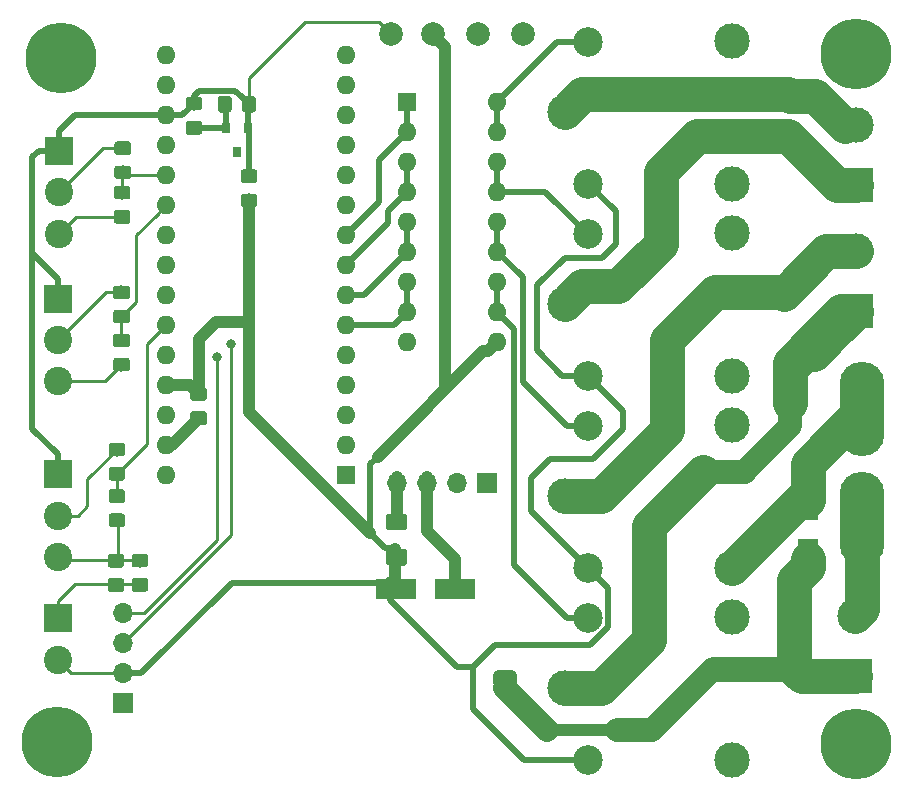
<source format=gbr>
%TF.GenerationSoftware,KiCad,Pcbnew,5.1.4*%
%TF.CreationDate,2019-11-11T17:46:08+01:00*%
%TF.ProjectId,followsun-hardware,666f6c6c-6f77-4737-956e-2d6861726477,rev?*%
%TF.SameCoordinates,Original*%
%TF.FileFunction,Copper,L1,Top*%
%TF.FilePolarity,Positive*%
%FSLAX46Y46*%
G04 Gerber Fmt 4.6, Leading zero omitted, Abs format (unit mm)*
G04 Created by KiCad (PCBNEW 5.1.4) date 2019-11-11 17:46:08*
%MOMM*%
%LPD*%
G04 APERTURE LIST*
%ADD10C,2.400000*%
%ADD11R,2.400000X2.400000*%
%ADD12C,0.100000*%
%ADD13C,1.150000*%
%ADD14R,1.800000X3.500000*%
%ADD15R,3.500000X1.800000*%
%ADD16C,0.800000*%
%ADD17C,6.000000*%
%ADD18R,1.600000X1.600000*%
%ADD19O,1.600000X1.600000*%
%ADD20O,1.700000X1.700000*%
%ADD21R,1.700000X1.700000*%
%ADD22C,3.000000*%
%ADD23R,3.000000X3.000000*%
%ADD24C,2.000000*%
%ADD25C,1.425000*%
%ADD26O,3.800000X8.000000*%
%ADD27R,0.800000X0.900000*%
%ADD28C,2.500000*%
%ADD29C,1.000000*%
%ADD30C,0.500000*%
%ADD31C,3.000000*%
%ADD32C,2.000000*%
%ADD33C,0.250000*%
G04 APERTURE END LIST*
D10*
X137922000Y-91587200D03*
D11*
X137922000Y-88087200D03*
D12*
G36*
X145356105Y-82618604D02*
G01*
X145380373Y-82622204D01*
X145404172Y-82628165D01*
X145427271Y-82636430D01*
X145449450Y-82646920D01*
X145470493Y-82659532D01*
X145490199Y-82674147D01*
X145508377Y-82690623D01*
X145524853Y-82708801D01*
X145539468Y-82728507D01*
X145552080Y-82749550D01*
X145562570Y-82771729D01*
X145570835Y-82794828D01*
X145576796Y-82818627D01*
X145580396Y-82842895D01*
X145581600Y-82867399D01*
X145581600Y-83517401D01*
X145580396Y-83541905D01*
X145576796Y-83566173D01*
X145570835Y-83589972D01*
X145562570Y-83613071D01*
X145552080Y-83635250D01*
X145539468Y-83656293D01*
X145524853Y-83675999D01*
X145508377Y-83694177D01*
X145490199Y-83710653D01*
X145470493Y-83725268D01*
X145449450Y-83737880D01*
X145427271Y-83748370D01*
X145404172Y-83756635D01*
X145380373Y-83762596D01*
X145356105Y-83766196D01*
X145331601Y-83767400D01*
X144431599Y-83767400D01*
X144407095Y-83766196D01*
X144382827Y-83762596D01*
X144359028Y-83756635D01*
X144335929Y-83748370D01*
X144313750Y-83737880D01*
X144292707Y-83725268D01*
X144273001Y-83710653D01*
X144254823Y-83694177D01*
X144238347Y-83675999D01*
X144223732Y-83656293D01*
X144211120Y-83635250D01*
X144200630Y-83613071D01*
X144192365Y-83589972D01*
X144186404Y-83566173D01*
X144182804Y-83541905D01*
X144181600Y-83517401D01*
X144181600Y-82867399D01*
X144182804Y-82842895D01*
X144186404Y-82818627D01*
X144192365Y-82794828D01*
X144200630Y-82771729D01*
X144211120Y-82749550D01*
X144223732Y-82728507D01*
X144238347Y-82708801D01*
X144254823Y-82690623D01*
X144273001Y-82674147D01*
X144292707Y-82659532D01*
X144313750Y-82646920D01*
X144335929Y-82636430D01*
X144359028Y-82628165D01*
X144382827Y-82622204D01*
X144407095Y-82618604D01*
X144431599Y-82617400D01*
X145331601Y-82617400D01*
X145356105Y-82618604D01*
X145356105Y-82618604D01*
G37*
D13*
X144881600Y-83192400D03*
D12*
G36*
X145356105Y-84668604D02*
G01*
X145380373Y-84672204D01*
X145404172Y-84678165D01*
X145427271Y-84686430D01*
X145449450Y-84696920D01*
X145470493Y-84709532D01*
X145490199Y-84724147D01*
X145508377Y-84740623D01*
X145524853Y-84758801D01*
X145539468Y-84778507D01*
X145552080Y-84799550D01*
X145562570Y-84821729D01*
X145570835Y-84844828D01*
X145576796Y-84868627D01*
X145580396Y-84892895D01*
X145581600Y-84917399D01*
X145581600Y-85567401D01*
X145580396Y-85591905D01*
X145576796Y-85616173D01*
X145570835Y-85639972D01*
X145562570Y-85663071D01*
X145552080Y-85685250D01*
X145539468Y-85706293D01*
X145524853Y-85725999D01*
X145508377Y-85744177D01*
X145490199Y-85760653D01*
X145470493Y-85775268D01*
X145449450Y-85787880D01*
X145427271Y-85798370D01*
X145404172Y-85806635D01*
X145380373Y-85812596D01*
X145356105Y-85816196D01*
X145331601Y-85817400D01*
X144431599Y-85817400D01*
X144407095Y-85816196D01*
X144382827Y-85812596D01*
X144359028Y-85806635D01*
X144335929Y-85798370D01*
X144313750Y-85787880D01*
X144292707Y-85775268D01*
X144273001Y-85760653D01*
X144254823Y-85744177D01*
X144238347Y-85725999D01*
X144223732Y-85706293D01*
X144211120Y-85685250D01*
X144200630Y-85663071D01*
X144192365Y-85639972D01*
X144186404Y-85616173D01*
X144182804Y-85591905D01*
X144181600Y-85567401D01*
X144181600Y-84917399D01*
X144182804Y-84892895D01*
X144186404Y-84868627D01*
X144192365Y-84844828D01*
X144200630Y-84821729D01*
X144211120Y-84799550D01*
X144223732Y-84778507D01*
X144238347Y-84758801D01*
X144254823Y-84740623D01*
X144273001Y-84724147D01*
X144292707Y-84709532D01*
X144313750Y-84696920D01*
X144335929Y-84686430D01*
X144359028Y-84678165D01*
X144382827Y-84672204D01*
X144407095Y-84668604D01*
X144431599Y-84667400D01*
X145331601Y-84667400D01*
X145356105Y-84668604D01*
X145356105Y-84668604D01*
G37*
D13*
X144881600Y-85242400D03*
D12*
G36*
X143324105Y-82627604D02*
G01*
X143348373Y-82631204D01*
X143372172Y-82637165D01*
X143395271Y-82645430D01*
X143417450Y-82655920D01*
X143438493Y-82668532D01*
X143458199Y-82683147D01*
X143476377Y-82699623D01*
X143492853Y-82717801D01*
X143507468Y-82737507D01*
X143520080Y-82758550D01*
X143530570Y-82780729D01*
X143538835Y-82803828D01*
X143544796Y-82827627D01*
X143548396Y-82851895D01*
X143549600Y-82876399D01*
X143549600Y-83526401D01*
X143548396Y-83550905D01*
X143544796Y-83575173D01*
X143538835Y-83598972D01*
X143530570Y-83622071D01*
X143520080Y-83644250D01*
X143507468Y-83665293D01*
X143492853Y-83684999D01*
X143476377Y-83703177D01*
X143458199Y-83719653D01*
X143438493Y-83734268D01*
X143417450Y-83746880D01*
X143395271Y-83757370D01*
X143372172Y-83765635D01*
X143348373Y-83771596D01*
X143324105Y-83775196D01*
X143299601Y-83776400D01*
X142399599Y-83776400D01*
X142375095Y-83775196D01*
X142350827Y-83771596D01*
X142327028Y-83765635D01*
X142303929Y-83757370D01*
X142281750Y-83746880D01*
X142260707Y-83734268D01*
X142241001Y-83719653D01*
X142222823Y-83703177D01*
X142206347Y-83684999D01*
X142191732Y-83665293D01*
X142179120Y-83644250D01*
X142168630Y-83622071D01*
X142160365Y-83598972D01*
X142154404Y-83575173D01*
X142150804Y-83550905D01*
X142149600Y-83526401D01*
X142149600Y-82876399D01*
X142150804Y-82851895D01*
X142154404Y-82827627D01*
X142160365Y-82803828D01*
X142168630Y-82780729D01*
X142179120Y-82758550D01*
X142191732Y-82737507D01*
X142206347Y-82717801D01*
X142222823Y-82699623D01*
X142241001Y-82683147D01*
X142260707Y-82668532D01*
X142281750Y-82655920D01*
X142303929Y-82645430D01*
X142327028Y-82637165D01*
X142350827Y-82631204D01*
X142375095Y-82627604D01*
X142399599Y-82626400D01*
X143299601Y-82626400D01*
X143324105Y-82627604D01*
X143324105Y-82627604D01*
G37*
D13*
X142849600Y-83201400D03*
D12*
G36*
X143324105Y-84677604D02*
G01*
X143348373Y-84681204D01*
X143372172Y-84687165D01*
X143395271Y-84695430D01*
X143417450Y-84705920D01*
X143438493Y-84718532D01*
X143458199Y-84733147D01*
X143476377Y-84749623D01*
X143492853Y-84767801D01*
X143507468Y-84787507D01*
X143520080Y-84808550D01*
X143530570Y-84830729D01*
X143538835Y-84853828D01*
X143544796Y-84877627D01*
X143548396Y-84901895D01*
X143549600Y-84926399D01*
X143549600Y-85576401D01*
X143548396Y-85600905D01*
X143544796Y-85625173D01*
X143538835Y-85648972D01*
X143530570Y-85672071D01*
X143520080Y-85694250D01*
X143507468Y-85715293D01*
X143492853Y-85734999D01*
X143476377Y-85753177D01*
X143458199Y-85769653D01*
X143438493Y-85784268D01*
X143417450Y-85796880D01*
X143395271Y-85807370D01*
X143372172Y-85815635D01*
X143348373Y-85821596D01*
X143324105Y-85825196D01*
X143299601Y-85826400D01*
X142399599Y-85826400D01*
X142375095Y-85825196D01*
X142350827Y-85821596D01*
X142327028Y-85815635D01*
X142303929Y-85807370D01*
X142281750Y-85796880D01*
X142260707Y-85784268D01*
X142241001Y-85769653D01*
X142222823Y-85753177D01*
X142206347Y-85734999D01*
X142191732Y-85715293D01*
X142179120Y-85694250D01*
X142168630Y-85672071D01*
X142160365Y-85648972D01*
X142154404Y-85625173D01*
X142150804Y-85600905D01*
X142149600Y-85576401D01*
X142149600Y-84926399D01*
X142150804Y-84901895D01*
X142154404Y-84877627D01*
X142160365Y-84853828D01*
X142168630Y-84830729D01*
X142179120Y-84808550D01*
X142191732Y-84787507D01*
X142206347Y-84767801D01*
X142222823Y-84749623D01*
X142241001Y-84733147D01*
X142260707Y-84718532D01*
X142281750Y-84705920D01*
X142303929Y-84695430D01*
X142327028Y-84687165D01*
X142350827Y-84681204D01*
X142375095Y-84677604D01*
X142399599Y-84676400D01*
X143299601Y-84676400D01*
X143324105Y-84677604D01*
X143324105Y-84677604D01*
G37*
D13*
X142849600Y-85251400D03*
D10*
X138023600Y-55514000D03*
X138023600Y-52014000D03*
D11*
X138023600Y-48514000D03*
D10*
X137922000Y-82895200D03*
X137922000Y-79395200D03*
D11*
X137922000Y-75895200D03*
D10*
X137985500Y-68023500D03*
X137985500Y-64523500D03*
D11*
X137985500Y-61023500D03*
D14*
X201422000Y-83018000D03*
X201422000Y-78018000D03*
D12*
G36*
X143413005Y-79200204D02*
G01*
X143437273Y-79203804D01*
X143461072Y-79209765D01*
X143484171Y-79218030D01*
X143506350Y-79228520D01*
X143527393Y-79241132D01*
X143547099Y-79255747D01*
X143565277Y-79272223D01*
X143581753Y-79290401D01*
X143596368Y-79310107D01*
X143608980Y-79331150D01*
X143619470Y-79353329D01*
X143627735Y-79376428D01*
X143633696Y-79400227D01*
X143637296Y-79424495D01*
X143638500Y-79448999D01*
X143638500Y-80099001D01*
X143637296Y-80123505D01*
X143633696Y-80147773D01*
X143627735Y-80171572D01*
X143619470Y-80194671D01*
X143608980Y-80216850D01*
X143596368Y-80237893D01*
X143581753Y-80257599D01*
X143565277Y-80275777D01*
X143547099Y-80292253D01*
X143527393Y-80306868D01*
X143506350Y-80319480D01*
X143484171Y-80329970D01*
X143461072Y-80338235D01*
X143437273Y-80344196D01*
X143413005Y-80347796D01*
X143388501Y-80349000D01*
X142488499Y-80349000D01*
X142463995Y-80347796D01*
X142439727Y-80344196D01*
X142415928Y-80338235D01*
X142392829Y-80329970D01*
X142370650Y-80319480D01*
X142349607Y-80306868D01*
X142329901Y-80292253D01*
X142311723Y-80275777D01*
X142295247Y-80257599D01*
X142280632Y-80237893D01*
X142268020Y-80216850D01*
X142257530Y-80194671D01*
X142249265Y-80171572D01*
X142243304Y-80147773D01*
X142239704Y-80123505D01*
X142238500Y-80099001D01*
X142238500Y-79448999D01*
X142239704Y-79424495D01*
X142243304Y-79400227D01*
X142249265Y-79376428D01*
X142257530Y-79353329D01*
X142268020Y-79331150D01*
X142280632Y-79310107D01*
X142295247Y-79290401D01*
X142311723Y-79272223D01*
X142329901Y-79255747D01*
X142349607Y-79241132D01*
X142370650Y-79228520D01*
X142392829Y-79218030D01*
X142415928Y-79209765D01*
X142439727Y-79203804D01*
X142463995Y-79200204D01*
X142488499Y-79199000D01*
X143388501Y-79199000D01*
X143413005Y-79200204D01*
X143413005Y-79200204D01*
G37*
D13*
X142938500Y-79774000D03*
D12*
G36*
X143413005Y-77150204D02*
G01*
X143437273Y-77153804D01*
X143461072Y-77159765D01*
X143484171Y-77168030D01*
X143506350Y-77178520D01*
X143527393Y-77191132D01*
X143547099Y-77205747D01*
X143565277Y-77222223D01*
X143581753Y-77240401D01*
X143596368Y-77260107D01*
X143608980Y-77281150D01*
X143619470Y-77303329D01*
X143627735Y-77326428D01*
X143633696Y-77350227D01*
X143637296Y-77374495D01*
X143638500Y-77398999D01*
X143638500Y-78049001D01*
X143637296Y-78073505D01*
X143633696Y-78097773D01*
X143627735Y-78121572D01*
X143619470Y-78144671D01*
X143608980Y-78166850D01*
X143596368Y-78187893D01*
X143581753Y-78207599D01*
X143565277Y-78225777D01*
X143547099Y-78242253D01*
X143527393Y-78256868D01*
X143506350Y-78269480D01*
X143484171Y-78279970D01*
X143461072Y-78288235D01*
X143437273Y-78294196D01*
X143413005Y-78297796D01*
X143388501Y-78299000D01*
X142488499Y-78299000D01*
X142463995Y-78297796D01*
X142439727Y-78294196D01*
X142415928Y-78288235D01*
X142392829Y-78279970D01*
X142370650Y-78269480D01*
X142349607Y-78256868D01*
X142329901Y-78242253D01*
X142311723Y-78225777D01*
X142295247Y-78207599D01*
X142280632Y-78187893D01*
X142268020Y-78166850D01*
X142257530Y-78144671D01*
X142249265Y-78121572D01*
X142243304Y-78097773D01*
X142239704Y-78073505D01*
X142238500Y-78049001D01*
X142238500Y-77398999D01*
X142239704Y-77374495D01*
X142243304Y-77350227D01*
X142249265Y-77326428D01*
X142257530Y-77303329D01*
X142268020Y-77281150D01*
X142280632Y-77260107D01*
X142295247Y-77240401D01*
X142311723Y-77222223D01*
X142329901Y-77205747D01*
X142349607Y-77191132D01*
X142370650Y-77178520D01*
X142392829Y-77168030D01*
X142415928Y-77159765D01*
X142439727Y-77153804D01*
X142463995Y-77150204D01*
X142488499Y-77149000D01*
X143388501Y-77149000D01*
X143413005Y-77150204D01*
X143413005Y-77150204D01*
G37*
D13*
X142938500Y-77724000D03*
D15*
X171562400Y-85598000D03*
X166562400Y-85598000D03*
D16*
X207076990Y-97088010D03*
X205486000Y-96429000D03*
X203895010Y-97088010D03*
X203236000Y-98679000D03*
X203895010Y-100269990D03*
X205486000Y-100929000D03*
X207076990Y-100269990D03*
X207736000Y-98679000D03*
D17*
X205486000Y-98679000D03*
D16*
X139476990Y-96961010D03*
X137886000Y-96302000D03*
X136295010Y-96961010D03*
X135636000Y-98552000D03*
X136295010Y-100142990D03*
X137886000Y-100802000D03*
X139476990Y-100142990D03*
X140136000Y-98552000D03*
D17*
X137886000Y-98552000D03*
D16*
X207076990Y-38735000D03*
X205486000Y-38075990D03*
X203895010Y-38735000D03*
X203236000Y-40325990D03*
X203895010Y-41916980D03*
X205486000Y-42575990D03*
X207076990Y-41916980D03*
X207736000Y-40325990D03*
D17*
X205486000Y-40325990D03*
D16*
X139766990Y-39049010D03*
X138176000Y-38390000D03*
X136585010Y-39049010D03*
X135926000Y-40640000D03*
X136585010Y-42230990D03*
X138176000Y-42890000D03*
X139766990Y-42230990D03*
X140426000Y-40640000D03*
D17*
X138176000Y-40640000D03*
D18*
X167513000Y-44323000D03*
D19*
X175133000Y-64643000D03*
X167513000Y-46863000D03*
X175133000Y-62103000D03*
X167513000Y-49403000D03*
X175133000Y-59563000D03*
X167513000Y-51943000D03*
X175133000Y-57023000D03*
X167513000Y-54483000D03*
X175133000Y-54483000D03*
X167513000Y-57023000D03*
X175133000Y-51943000D03*
X167513000Y-59563000D03*
X175133000Y-49403000D03*
X167513000Y-62103000D03*
X175133000Y-46863000D03*
X167513000Y-64643000D03*
X175133000Y-44323000D03*
D20*
X169185000Y-76577600D03*
X171725000Y-76577600D03*
X166645000Y-76577600D03*
D21*
X174265000Y-76577600D03*
X143424500Y-95271000D03*
D20*
X143424500Y-87651000D03*
X143424500Y-92731000D03*
X143424500Y-90191000D03*
D12*
G36*
X150334505Y-70555204D02*
G01*
X150358773Y-70558804D01*
X150382572Y-70564765D01*
X150405671Y-70573030D01*
X150427850Y-70583520D01*
X150448893Y-70596132D01*
X150468599Y-70610747D01*
X150486777Y-70627223D01*
X150503253Y-70645401D01*
X150517868Y-70665107D01*
X150530480Y-70686150D01*
X150540970Y-70708329D01*
X150549235Y-70731428D01*
X150555196Y-70755227D01*
X150558796Y-70779495D01*
X150560000Y-70803999D01*
X150560000Y-71454001D01*
X150558796Y-71478505D01*
X150555196Y-71502773D01*
X150549235Y-71526572D01*
X150540970Y-71549671D01*
X150530480Y-71571850D01*
X150517868Y-71592893D01*
X150503253Y-71612599D01*
X150486777Y-71630777D01*
X150468599Y-71647253D01*
X150448893Y-71661868D01*
X150427850Y-71674480D01*
X150405671Y-71684970D01*
X150382572Y-71693235D01*
X150358773Y-71699196D01*
X150334505Y-71702796D01*
X150310001Y-71704000D01*
X149409999Y-71704000D01*
X149385495Y-71702796D01*
X149361227Y-71699196D01*
X149337428Y-71693235D01*
X149314329Y-71684970D01*
X149292150Y-71674480D01*
X149271107Y-71661868D01*
X149251401Y-71647253D01*
X149233223Y-71630777D01*
X149216747Y-71612599D01*
X149202132Y-71592893D01*
X149189520Y-71571850D01*
X149179030Y-71549671D01*
X149170765Y-71526572D01*
X149164804Y-71502773D01*
X149161204Y-71478505D01*
X149160000Y-71454001D01*
X149160000Y-70803999D01*
X149161204Y-70779495D01*
X149164804Y-70755227D01*
X149170765Y-70731428D01*
X149179030Y-70708329D01*
X149189520Y-70686150D01*
X149202132Y-70665107D01*
X149216747Y-70645401D01*
X149233223Y-70627223D01*
X149251401Y-70610747D01*
X149271107Y-70596132D01*
X149292150Y-70583520D01*
X149314329Y-70573030D01*
X149337428Y-70564765D01*
X149361227Y-70558804D01*
X149385495Y-70555204D01*
X149409999Y-70554000D01*
X150310001Y-70554000D01*
X150334505Y-70555204D01*
X150334505Y-70555204D01*
G37*
D13*
X149860000Y-71129000D03*
D12*
G36*
X150334505Y-68505204D02*
G01*
X150358773Y-68508804D01*
X150382572Y-68514765D01*
X150405671Y-68523030D01*
X150427850Y-68533520D01*
X150448893Y-68546132D01*
X150468599Y-68560747D01*
X150486777Y-68577223D01*
X150503253Y-68595401D01*
X150517868Y-68615107D01*
X150530480Y-68636150D01*
X150540970Y-68658329D01*
X150549235Y-68681428D01*
X150555196Y-68705227D01*
X150558796Y-68729495D01*
X150560000Y-68753999D01*
X150560000Y-69404001D01*
X150558796Y-69428505D01*
X150555196Y-69452773D01*
X150549235Y-69476572D01*
X150540970Y-69499671D01*
X150530480Y-69521850D01*
X150517868Y-69542893D01*
X150503253Y-69562599D01*
X150486777Y-69580777D01*
X150468599Y-69597253D01*
X150448893Y-69611868D01*
X150427850Y-69624480D01*
X150405671Y-69634970D01*
X150382572Y-69643235D01*
X150358773Y-69649196D01*
X150334505Y-69652796D01*
X150310001Y-69654000D01*
X149409999Y-69654000D01*
X149385495Y-69652796D01*
X149361227Y-69649196D01*
X149337428Y-69643235D01*
X149314329Y-69634970D01*
X149292150Y-69624480D01*
X149271107Y-69611868D01*
X149251401Y-69597253D01*
X149233223Y-69580777D01*
X149216747Y-69562599D01*
X149202132Y-69542893D01*
X149189520Y-69521850D01*
X149179030Y-69499671D01*
X149170765Y-69476572D01*
X149164804Y-69452773D01*
X149161204Y-69428505D01*
X149160000Y-69404001D01*
X149160000Y-68753999D01*
X149161204Y-68729495D01*
X149164804Y-68705227D01*
X149170765Y-68681428D01*
X149179030Y-68658329D01*
X149189520Y-68636150D01*
X149202132Y-68615107D01*
X149216747Y-68595401D01*
X149233223Y-68577223D01*
X149251401Y-68560747D01*
X149271107Y-68546132D01*
X149292150Y-68533520D01*
X149314329Y-68523030D01*
X149337428Y-68514765D01*
X149361227Y-68508804D01*
X149385495Y-68505204D01*
X149409999Y-68504000D01*
X150310001Y-68504000D01*
X150334505Y-68505204D01*
X150334505Y-68505204D01*
G37*
D13*
X149860000Y-69079000D03*
D12*
G36*
X154601705Y-52114804D02*
G01*
X154625973Y-52118404D01*
X154649772Y-52124365D01*
X154672871Y-52132630D01*
X154695050Y-52143120D01*
X154716093Y-52155732D01*
X154735799Y-52170347D01*
X154753977Y-52186823D01*
X154770453Y-52205001D01*
X154785068Y-52224707D01*
X154797680Y-52245750D01*
X154808170Y-52267929D01*
X154816435Y-52291028D01*
X154822396Y-52314827D01*
X154825996Y-52339095D01*
X154827200Y-52363599D01*
X154827200Y-53013601D01*
X154825996Y-53038105D01*
X154822396Y-53062373D01*
X154816435Y-53086172D01*
X154808170Y-53109271D01*
X154797680Y-53131450D01*
X154785068Y-53152493D01*
X154770453Y-53172199D01*
X154753977Y-53190377D01*
X154735799Y-53206853D01*
X154716093Y-53221468D01*
X154695050Y-53234080D01*
X154672871Y-53244570D01*
X154649772Y-53252835D01*
X154625973Y-53258796D01*
X154601705Y-53262396D01*
X154577201Y-53263600D01*
X153677199Y-53263600D01*
X153652695Y-53262396D01*
X153628427Y-53258796D01*
X153604628Y-53252835D01*
X153581529Y-53244570D01*
X153559350Y-53234080D01*
X153538307Y-53221468D01*
X153518601Y-53206853D01*
X153500423Y-53190377D01*
X153483947Y-53172199D01*
X153469332Y-53152493D01*
X153456720Y-53131450D01*
X153446230Y-53109271D01*
X153437965Y-53086172D01*
X153432004Y-53062373D01*
X153428404Y-53038105D01*
X153427200Y-53013601D01*
X153427200Y-52363599D01*
X153428404Y-52339095D01*
X153432004Y-52314827D01*
X153437965Y-52291028D01*
X153446230Y-52267929D01*
X153456720Y-52245750D01*
X153469332Y-52224707D01*
X153483947Y-52205001D01*
X153500423Y-52186823D01*
X153518601Y-52170347D01*
X153538307Y-52155732D01*
X153559350Y-52143120D01*
X153581529Y-52132630D01*
X153604628Y-52124365D01*
X153628427Y-52118404D01*
X153652695Y-52114804D01*
X153677199Y-52113600D01*
X154577201Y-52113600D01*
X154601705Y-52114804D01*
X154601705Y-52114804D01*
G37*
D13*
X154127200Y-52688600D03*
D12*
G36*
X154601705Y-50064804D02*
G01*
X154625973Y-50068404D01*
X154649772Y-50074365D01*
X154672871Y-50082630D01*
X154695050Y-50093120D01*
X154716093Y-50105732D01*
X154735799Y-50120347D01*
X154753977Y-50136823D01*
X154770453Y-50155001D01*
X154785068Y-50174707D01*
X154797680Y-50195750D01*
X154808170Y-50217929D01*
X154816435Y-50241028D01*
X154822396Y-50264827D01*
X154825996Y-50289095D01*
X154827200Y-50313599D01*
X154827200Y-50963601D01*
X154825996Y-50988105D01*
X154822396Y-51012373D01*
X154816435Y-51036172D01*
X154808170Y-51059271D01*
X154797680Y-51081450D01*
X154785068Y-51102493D01*
X154770453Y-51122199D01*
X154753977Y-51140377D01*
X154735799Y-51156853D01*
X154716093Y-51171468D01*
X154695050Y-51184080D01*
X154672871Y-51194570D01*
X154649772Y-51202835D01*
X154625973Y-51208796D01*
X154601705Y-51212396D01*
X154577201Y-51213600D01*
X153677199Y-51213600D01*
X153652695Y-51212396D01*
X153628427Y-51208796D01*
X153604628Y-51202835D01*
X153581529Y-51194570D01*
X153559350Y-51184080D01*
X153538307Y-51171468D01*
X153518601Y-51156853D01*
X153500423Y-51140377D01*
X153483947Y-51122199D01*
X153469332Y-51102493D01*
X153456720Y-51081450D01*
X153446230Y-51059271D01*
X153437965Y-51036172D01*
X153432004Y-51012373D01*
X153428404Y-50988105D01*
X153427200Y-50963601D01*
X153427200Y-50313599D01*
X153428404Y-50289095D01*
X153432004Y-50264827D01*
X153437965Y-50241028D01*
X153446230Y-50217929D01*
X153456720Y-50195750D01*
X153469332Y-50174707D01*
X153483947Y-50155001D01*
X153500423Y-50136823D01*
X153518601Y-50120347D01*
X153538307Y-50105732D01*
X153559350Y-50093120D01*
X153581529Y-50082630D01*
X153604628Y-50074365D01*
X153628427Y-50068404D01*
X153652695Y-50064804D01*
X153677199Y-50063600D01*
X154577201Y-50063600D01*
X154601705Y-50064804D01*
X154601705Y-50064804D01*
G37*
D13*
X154127200Y-50638600D03*
D22*
X205486000Y-56972200D03*
D23*
X205486000Y-62052200D03*
D22*
X205536800Y-46304200D03*
D23*
X205536800Y-51384200D03*
D24*
X166116000Y-38608000D03*
X173482000Y-38608000D03*
X169672000Y-38608000D03*
X177292000Y-38608000D03*
D12*
G36*
X143908305Y-49743604D02*
G01*
X143932573Y-49747204D01*
X143956372Y-49753165D01*
X143979471Y-49761430D01*
X144001650Y-49771920D01*
X144022693Y-49784532D01*
X144042399Y-49799147D01*
X144060577Y-49815623D01*
X144077053Y-49833801D01*
X144091668Y-49853507D01*
X144104280Y-49874550D01*
X144114770Y-49896729D01*
X144123035Y-49919828D01*
X144128996Y-49943627D01*
X144132596Y-49967895D01*
X144133800Y-49992399D01*
X144133800Y-50642401D01*
X144132596Y-50666905D01*
X144128996Y-50691173D01*
X144123035Y-50714972D01*
X144114770Y-50738071D01*
X144104280Y-50760250D01*
X144091668Y-50781293D01*
X144077053Y-50800999D01*
X144060577Y-50819177D01*
X144042399Y-50835653D01*
X144022693Y-50850268D01*
X144001650Y-50862880D01*
X143979471Y-50873370D01*
X143956372Y-50881635D01*
X143932573Y-50887596D01*
X143908305Y-50891196D01*
X143883801Y-50892400D01*
X142983799Y-50892400D01*
X142959295Y-50891196D01*
X142935027Y-50887596D01*
X142911228Y-50881635D01*
X142888129Y-50873370D01*
X142865950Y-50862880D01*
X142844907Y-50850268D01*
X142825201Y-50835653D01*
X142807023Y-50819177D01*
X142790547Y-50800999D01*
X142775932Y-50781293D01*
X142763320Y-50760250D01*
X142752830Y-50738071D01*
X142744565Y-50714972D01*
X142738604Y-50691173D01*
X142735004Y-50666905D01*
X142733800Y-50642401D01*
X142733800Y-49992399D01*
X142735004Y-49967895D01*
X142738604Y-49943627D01*
X142744565Y-49919828D01*
X142752830Y-49896729D01*
X142763320Y-49874550D01*
X142775932Y-49853507D01*
X142790547Y-49833801D01*
X142807023Y-49815623D01*
X142825201Y-49799147D01*
X142844907Y-49784532D01*
X142865950Y-49771920D01*
X142888129Y-49761430D01*
X142911228Y-49753165D01*
X142935027Y-49747204D01*
X142959295Y-49743604D01*
X142983799Y-49742400D01*
X143883801Y-49742400D01*
X143908305Y-49743604D01*
X143908305Y-49743604D01*
G37*
D13*
X143433800Y-50317400D03*
D12*
G36*
X143908305Y-47693604D02*
G01*
X143932573Y-47697204D01*
X143956372Y-47703165D01*
X143979471Y-47711430D01*
X144001650Y-47721920D01*
X144022693Y-47734532D01*
X144042399Y-47749147D01*
X144060577Y-47765623D01*
X144077053Y-47783801D01*
X144091668Y-47803507D01*
X144104280Y-47824550D01*
X144114770Y-47846729D01*
X144123035Y-47869828D01*
X144128996Y-47893627D01*
X144132596Y-47917895D01*
X144133800Y-47942399D01*
X144133800Y-48592401D01*
X144132596Y-48616905D01*
X144128996Y-48641173D01*
X144123035Y-48664972D01*
X144114770Y-48688071D01*
X144104280Y-48710250D01*
X144091668Y-48731293D01*
X144077053Y-48750999D01*
X144060577Y-48769177D01*
X144042399Y-48785653D01*
X144022693Y-48800268D01*
X144001650Y-48812880D01*
X143979471Y-48823370D01*
X143956372Y-48831635D01*
X143932573Y-48837596D01*
X143908305Y-48841196D01*
X143883801Y-48842400D01*
X142983799Y-48842400D01*
X142959295Y-48841196D01*
X142935027Y-48837596D01*
X142911228Y-48831635D01*
X142888129Y-48823370D01*
X142865950Y-48812880D01*
X142844907Y-48800268D01*
X142825201Y-48785653D01*
X142807023Y-48769177D01*
X142790547Y-48750999D01*
X142775932Y-48731293D01*
X142763320Y-48710250D01*
X142752830Y-48688071D01*
X142744565Y-48664972D01*
X142738604Y-48641173D01*
X142735004Y-48616905D01*
X142733800Y-48592401D01*
X142733800Y-47942399D01*
X142735004Y-47917895D01*
X142738604Y-47893627D01*
X142744565Y-47869828D01*
X142752830Y-47846729D01*
X142763320Y-47824550D01*
X142775932Y-47803507D01*
X142790547Y-47783801D01*
X142807023Y-47765623D01*
X142825201Y-47749147D01*
X142844907Y-47734532D01*
X142865950Y-47721920D01*
X142888129Y-47711430D01*
X142911228Y-47703165D01*
X142935027Y-47697204D01*
X142959295Y-47693604D01*
X142983799Y-47692400D01*
X143883801Y-47692400D01*
X143908305Y-47693604D01*
X143908305Y-47693604D01*
G37*
D13*
X143433800Y-48267400D03*
D12*
G36*
X143413005Y-73213204D02*
G01*
X143437273Y-73216804D01*
X143461072Y-73222765D01*
X143484171Y-73231030D01*
X143506350Y-73241520D01*
X143527393Y-73254132D01*
X143547099Y-73268747D01*
X143565277Y-73285223D01*
X143581753Y-73303401D01*
X143596368Y-73323107D01*
X143608980Y-73344150D01*
X143619470Y-73366329D01*
X143627735Y-73389428D01*
X143633696Y-73413227D01*
X143637296Y-73437495D01*
X143638500Y-73461999D01*
X143638500Y-74112001D01*
X143637296Y-74136505D01*
X143633696Y-74160773D01*
X143627735Y-74184572D01*
X143619470Y-74207671D01*
X143608980Y-74229850D01*
X143596368Y-74250893D01*
X143581753Y-74270599D01*
X143565277Y-74288777D01*
X143547099Y-74305253D01*
X143527393Y-74319868D01*
X143506350Y-74332480D01*
X143484171Y-74342970D01*
X143461072Y-74351235D01*
X143437273Y-74357196D01*
X143413005Y-74360796D01*
X143388501Y-74362000D01*
X142488499Y-74362000D01*
X142463995Y-74360796D01*
X142439727Y-74357196D01*
X142415928Y-74351235D01*
X142392829Y-74342970D01*
X142370650Y-74332480D01*
X142349607Y-74319868D01*
X142329901Y-74305253D01*
X142311723Y-74288777D01*
X142295247Y-74270599D01*
X142280632Y-74250893D01*
X142268020Y-74229850D01*
X142257530Y-74207671D01*
X142249265Y-74184572D01*
X142243304Y-74160773D01*
X142239704Y-74136505D01*
X142238500Y-74112001D01*
X142238500Y-73461999D01*
X142239704Y-73437495D01*
X142243304Y-73413227D01*
X142249265Y-73389428D01*
X142257530Y-73366329D01*
X142268020Y-73344150D01*
X142280632Y-73323107D01*
X142295247Y-73303401D01*
X142311723Y-73285223D01*
X142329901Y-73268747D01*
X142349607Y-73254132D01*
X142370650Y-73241520D01*
X142392829Y-73231030D01*
X142415928Y-73222765D01*
X142439727Y-73216804D01*
X142463995Y-73213204D01*
X142488499Y-73212000D01*
X143388501Y-73212000D01*
X143413005Y-73213204D01*
X143413005Y-73213204D01*
G37*
D13*
X142938500Y-73787000D03*
D12*
G36*
X143413005Y-75263204D02*
G01*
X143437273Y-75266804D01*
X143461072Y-75272765D01*
X143484171Y-75281030D01*
X143506350Y-75291520D01*
X143527393Y-75304132D01*
X143547099Y-75318747D01*
X143565277Y-75335223D01*
X143581753Y-75353401D01*
X143596368Y-75373107D01*
X143608980Y-75394150D01*
X143619470Y-75416329D01*
X143627735Y-75439428D01*
X143633696Y-75463227D01*
X143637296Y-75487495D01*
X143638500Y-75511999D01*
X143638500Y-76162001D01*
X143637296Y-76186505D01*
X143633696Y-76210773D01*
X143627735Y-76234572D01*
X143619470Y-76257671D01*
X143608980Y-76279850D01*
X143596368Y-76300893D01*
X143581753Y-76320599D01*
X143565277Y-76338777D01*
X143547099Y-76355253D01*
X143527393Y-76369868D01*
X143506350Y-76382480D01*
X143484171Y-76392970D01*
X143461072Y-76401235D01*
X143437273Y-76407196D01*
X143413005Y-76410796D01*
X143388501Y-76412000D01*
X142488499Y-76412000D01*
X142463995Y-76410796D01*
X142439727Y-76407196D01*
X142415928Y-76401235D01*
X142392829Y-76392970D01*
X142370650Y-76382480D01*
X142349607Y-76369868D01*
X142329901Y-76355253D01*
X142311723Y-76338777D01*
X142295247Y-76320599D01*
X142280632Y-76300893D01*
X142268020Y-76279850D01*
X142257530Y-76257671D01*
X142249265Y-76234572D01*
X142243304Y-76210773D01*
X142239704Y-76186505D01*
X142238500Y-76162001D01*
X142238500Y-75511999D01*
X142239704Y-75487495D01*
X142243304Y-75463227D01*
X142249265Y-75439428D01*
X142257530Y-75416329D01*
X142268020Y-75394150D01*
X142280632Y-75373107D01*
X142295247Y-75353401D01*
X142311723Y-75335223D01*
X142329901Y-75318747D01*
X142349607Y-75304132D01*
X142370650Y-75291520D01*
X142392829Y-75281030D01*
X142415928Y-75272765D01*
X142439727Y-75266804D01*
X142463995Y-75263204D01*
X142488499Y-75262000D01*
X143388501Y-75262000D01*
X143413005Y-75263204D01*
X143413005Y-75263204D01*
G37*
D13*
X142938500Y-75837000D03*
D12*
G36*
X143806705Y-59907304D02*
G01*
X143830973Y-59910904D01*
X143854772Y-59916865D01*
X143877871Y-59925130D01*
X143900050Y-59935620D01*
X143921093Y-59948232D01*
X143940799Y-59962847D01*
X143958977Y-59979323D01*
X143975453Y-59997501D01*
X143990068Y-60017207D01*
X144002680Y-60038250D01*
X144013170Y-60060429D01*
X144021435Y-60083528D01*
X144027396Y-60107327D01*
X144030996Y-60131595D01*
X144032200Y-60156099D01*
X144032200Y-60806101D01*
X144030996Y-60830605D01*
X144027396Y-60854873D01*
X144021435Y-60878672D01*
X144013170Y-60901771D01*
X144002680Y-60923950D01*
X143990068Y-60944993D01*
X143975453Y-60964699D01*
X143958977Y-60982877D01*
X143940799Y-60999353D01*
X143921093Y-61013968D01*
X143900050Y-61026580D01*
X143877871Y-61037070D01*
X143854772Y-61045335D01*
X143830973Y-61051296D01*
X143806705Y-61054896D01*
X143782201Y-61056100D01*
X142882199Y-61056100D01*
X142857695Y-61054896D01*
X142833427Y-61051296D01*
X142809628Y-61045335D01*
X142786529Y-61037070D01*
X142764350Y-61026580D01*
X142743307Y-61013968D01*
X142723601Y-60999353D01*
X142705423Y-60982877D01*
X142688947Y-60964699D01*
X142674332Y-60944993D01*
X142661720Y-60923950D01*
X142651230Y-60901771D01*
X142642965Y-60878672D01*
X142637004Y-60854873D01*
X142633404Y-60830605D01*
X142632200Y-60806101D01*
X142632200Y-60156099D01*
X142633404Y-60131595D01*
X142637004Y-60107327D01*
X142642965Y-60083528D01*
X142651230Y-60060429D01*
X142661720Y-60038250D01*
X142674332Y-60017207D01*
X142688947Y-59997501D01*
X142705423Y-59979323D01*
X142723601Y-59962847D01*
X142743307Y-59948232D01*
X142764350Y-59935620D01*
X142786529Y-59925130D01*
X142809628Y-59916865D01*
X142833427Y-59910904D01*
X142857695Y-59907304D01*
X142882199Y-59906100D01*
X143782201Y-59906100D01*
X143806705Y-59907304D01*
X143806705Y-59907304D01*
G37*
D13*
X143332200Y-60481100D03*
D12*
G36*
X143806705Y-61957304D02*
G01*
X143830973Y-61960904D01*
X143854772Y-61966865D01*
X143877871Y-61975130D01*
X143900050Y-61985620D01*
X143921093Y-61998232D01*
X143940799Y-62012847D01*
X143958977Y-62029323D01*
X143975453Y-62047501D01*
X143990068Y-62067207D01*
X144002680Y-62088250D01*
X144013170Y-62110429D01*
X144021435Y-62133528D01*
X144027396Y-62157327D01*
X144030996Y-62181595D01*
X144032200Y-62206099D01*
X144032200Y-62856101D01*
X144030996Y-62880605D01*
X144027396Y-62904873D01*
X144021435Y-62928672D01*
X144013170Y-62951771D01*
X144002680Y-62973950D01*
X143990068Y-62994993D01*
X143975453Y-63014699D01*
X143958977Y-63032877D01*
X143940799Y-63049353D01*
X143921093Y-63063968D01*
X143900050Y-63076580D01*
X143877871Y-63087070D01*
X143854772Y-63095335D01*
X143830973Y-63101296D01*
X143806705Y-63104896D01*
X143782201Y-63106100D01*
X142882199Y-63106100D01*
X142857695Y-63104896D01*
X142833427Y-63101296D01*
X142809628Y-63095335D01*
X142786529Y-63087070D01*
X142764350Y-63076580D01*
X142743307Y-63063968D01*
X142723601Y-63049353D01*
X142705423Y-63032877D01*
X142688947Y-63014699D01*
X142674332Y-62994993D01*
X142661720Y-62973950D01*
X142651230Y-62951771D01*
X142642965Y-62928672D01*
X142637004Y-62904873D01*
X142633404Y-62880605D01*
X142632200Y-62856101D01*
X142632200Y-62206099D01*
X142633404Y-62181595D01*
X142637004Y-62157327D01*
X142642965Y-62133528D01*
X142651230Y-62110429D01*
X142661720Y-62088250D01*
X142674332Y-62067207D01*
X142688947Y-62047501D01*
X142705423Y-62029323D01*
X142723601Y-62012847D01*
X142743307Y-61998232D01*
X142764350Y-61985620D01*
X142786529Y-61975130D01*
X142809628Y-61966865D01*
X142833427Y-61960904D01*
X142857695Y-61957304D01*
X142882199Y-61956100D01*
X143782201Y-61956100D01*
X143806705Y-61957304D01*
X143806705Y-61957304D01*
G37*
D13*
X143332200Y-62531100D03*
D12*
G36*
X167273504Y-82183204D02*
G01*
X167297773Y-82186804D01*
X167321571Y-82192765D01*
X167344671Y-82201030D01*
X167366849Y-82211520D01*
X167387893Y-82224133D01*
X167407598Y-82238747D01*
X167425777Y-82255223D01*
X167442253Y-82273402D01*
X167456867Y-82293107D01*
X167469480Y-82314151D01*
X167479970Y-82336329D01*
X167488235Y-82359429D01*
X167494196Y-82383227D01*
X167497796Y-82407496D01*
X167499000Y-82432000D01*
X167499000Y-83357000D01*
X167497796Y-83381504D01*
X167494196Y-83405773D01*
X167488235Y-83429571D01*
X167479970Y-83452671D01*
X167469480Y-83474849D01*
X167456867Y-83495893D01*
X167442253Y-83515598D01*
X167425777Y-83533777D01*
X167407598Y-83550253D01*
X167387893Y-83564867D01*
X167366849Y-83577480D01*
X167344671Y-83587970D01*
X167321571Y-83596235D01*
X167297773Y-83602196D01*
X167273504Y-83605796D01*
X167249000Y-83607000D01*
X165999000Y-83607000D01*
X165974496Y-83605796D01*
X165950227Y-83602196D01*
X165926429Y-83596235D01*
X165903329Y-83587970D01*
X165881151Y-83577480D01*
X165860107Y-83564867D01*
X165840402Y-83550253D01*
X165822223Y-83533777D01*
X165805747Y-83515598D01*
X165791133Y-83495893D01*
X165778520Y-83474849D01*
X165768030Y-83452671D01*
X165759765Y-83429571D01*
X165753804Y-83405773D01*
X165750204Y-83381504D01*
X165749000Y-83357000D01*
X165749000Y-82432000D01*
X165750204Y-82407496D01*
X165753804Y-82383227D01*
X165759765Y-82359429D01*
X165768030Y-82336329D01*
X165778520Y-82314151D01*
X165791133Y-82293107D01*
X165805747Y-82273402D01*
X165822223Y-82255223D01*
X165840402Y-82238747D01*
X165860107Y-82224133D01*
X165881151Y-82211520D01*
X165903329Y-82201030D01*
X165926429Y-82192765D01*
X165950227Y-82186804D01*
X165974496Y-82183204D01*
X165999000Y-82182000D01*
X167249000Y-82182000D01*
X167273504Y-82183204D01*
X167273504Y-82183204D01*
G37*
D25*
X166624000Y-82894500D03*
D12*
G36*
X167273504Y-79208204D02*
G01*
X167297773Y-79211804D01*
X167321571Y-79217765D01*
X167344671Y-79226030D01*
X167366849Y-79236520D01*
X167387893Y-79249133D01*
X167407598Y-79263747D01*
X167425777Y-79280223D01*
X167442253Y-79298402D01*
X167456867Y-79318107D01*
X167469480Y-79339151D01*
X167479970Y-79361329D01*
X167488235Y-79384429D01*
X167494196Y-79408227D01*
X167497796Y-79432496D01*
X167499000Y-79457000D01*
X167499000Y-80382000D01*
X167497796Y-80406504D01*
X167494196Y-80430773D01*
X167488235Y-80454571D01*
X167479970Y-80477671D01*
X167469480Y-80499849D01*
X167456867Y-80520893D01*
X167442253Y-80540598D01*
X167425777Y-80558777D01*
X167407598Y-80575253D01*
X167387893Y-80589867D01*
X167366849Y-80602480D01*
X167344671Y-80612970D01*
X167321571Y-80621235D01*
X167297773Y-80627196D01*
X167273504Y-80630796D01*
X167249000Y-80632000D01*
X165999000Y-80632000D01*
X165974496Y-80630796D01*
X165950227Y-80627196D01*
X165926429Y-80621235D01*
X165903329Y-80612970D01*
X165881151Y-80602480D01*
X165860107Y-80589867D01*
X165840402Y-80575253D01*
X165822223Y-80558777D01*
X165805747Y-80540598D01*
X165791133Y-80520893D01*
X165778520Y-80499849D01*
X165768030Y-80477671D01*
X165759765Y-80454571D01*
X165753804Y-80430773D01*
X165750204Y-80406504D01*
X165749000Y-80382000D01*
X165749000Y-79457000D01*
X165750204Y-79432496D01*
X165753804Y-79408227D01*
X165759765Y-79384429D01*
X165768030Y-79361329D01*
X165778520Y-79339151D01*
X165791133Y-79318107D01*
X165805747Y-79298402D01*
X165822223Y-79280223D01*
X165840402Y-79263747D01*
X165860107Y-79249133D01*
X165881151Y-79236520D01*
X165903329Y-79226030D01*
X165926429Y-79217765D01*
X165950227Y-79211804D01*
X165974496Y-79208204D01*
X165999000Y-79207000D01*
X167249000Y-79207000D01*
X167273504Y-79208204D01*
X167273504Y-79208204D01*
G37*
D25*
X166624000Y-79919500D03*
D12*
G36*
X149928105Y-45977004D02*
G01*
X149952373Y-45980604D01*
X149976172Y-45986565D01*
X149999271Y-45994830D01*
X150021450Y-46005320D01*
X150042493Y-46017932D01*
X150062199Y-46032547D01*
X150080377Y-46049023D01*
X150096853Y-46067201D01*
X150111468Y-46086907D01*
X150124080Y-46107950D01*
X150134570Y-46130129D01*
X150142835Y-46153228D01*
X150148796Y-46177027D01*
X150152396Y-46201295D01*
X150153600Y-46225799D01*
X150153600Y-46875801D01*
X150152396Y-46900305D01*
X150148796Y-46924573D01*
X150142835Y-46948372D01*
X150134570Y-46971471D01*
X150124080Y-46993650D01*
X150111468Y-47014693D01*
X150096853Y-47034399D01*
X150080377Y-47052577D01*
X150062199Y-47069053D01*
X150042493Y-47083668D01*
X150021450Y-47096280D01*
X149999271Y-47106770D01*
X149976172Y-47115035D01*
X149952373Y-47120996D01*
X149928105Y-47124596D01*
X149903601Y-47125800D01*
X149003599Y-47125800D01*
X148979095Y-47124596D01*
X148954827Y-47120996D01*
X148931028Y-47115035D01*
X148907929Y-47106770D01*
X148885750Y-47096280D01*
X148864707Y-47083668D01*
X148845001Y-47069053D01*
X148826823Y-47052577D01*
X148810347Y-47034399D01*
X148795732Y-47014693D01*
X148783120Y-46993650D01*
X148772630Y-46971471D01*
X148764365Y-46948372D01*
X148758404Y-46924573D01*
X148754804Y-46900305D01*
X148753600Y-46875801D01*
X148753600Y-46225799D01*
X148754804Y-46201295D01*
X148758404Y-46177027D01*
X148764365Y-46153228D01*
X148772630Y-46130129D01*
X148783120Y-46107950D01*
X148795732Y-46086907D01*
X148810347Y-46067201D01*
X148826823Y-46049023D01*
X148845001Y-46032547D01*
X148864707Y-46017932D01*
X148885750Y-46005320D01*
X148907929Y-45994830D01*
X148931028Y-45986565D01*
X148954827Y-45980604D01*
X148979095Y-45977004D01*
X149003599Y-45975800D01*
X149903601Y-45975800D01*
X149928105Y-45977004D01*
X149928105Y-45977004D01*
G37*
D13*
X149453600Y-46550800D03*
D12*
G36*
X149928105Y-43927004D02*
G01*
X149952373Y-43930604D01*
X149976172Y-43936565D01*
X149999271Y-43944830D01*
X150021450Y-43955320D01*
X150042493Y-43967932D01*
X150062199Y-43982547D01*
X150080377Y-43999023D01*
X150096853Y-44017201D01*
X150111468Y-44036907D01*
X150124080Y-44057950D01*
X150134570Y-44080129D01*
X150142835Y-44103228D01*
X150148796Y-44127027D01*
X150152396Y-44151295D01*
X150153600Y-44175799D01*
X150153600Y-44825801D01*
X150152396Y-44850305D01*
X150148796Y-44874573D01*
X150142835Y-44898372D01*
X150134570Y-44921471D01*
X150124080Y-44943650D01*
X150111468Y-44964693D01*
X150096853Y-44984399D01*
X150080377Y-45002577D01*
X150062199Y-45019053D01*
X150042493Y-45033668D01*
X150021450Y-45046280D01*
X149999271Y-45056770D01*
X149976172Y-45065035D01*
X149952373Y-45070996D01*
X149928105Y-45074596D01*
X149903601Y-45075800D01*
X149003599Y-45075800D01*
X148979095Y-45074596D01*
X148954827Y-45070996D01*
X148931028Y-45065035D01*
X148907929Y-45056770D01*
X148885750Y-45046280D01*
X148864707Y-45033668D01*
X148845001Y-45019053D01*
X148826823Y-45002577D01*
X148810347Y-44984399D01*
X148795732Y-44964693D01*
X148783120Y-44943650D01*
X148772630Y-44921471D01*
X148764365Y-44898372D01*
X148758404Y-44874573D01*
X148754804Y-44850305D01*
X148753600Y-44825801D01*
X148753600Y-44175799D01*
X148754804Y-44151295D01*
X148758404Y-44127027D01*
X148764365Y-44103228D01*
X148772630Y-44080129D01*
X148783120Y-44057950D01*
X148795732Y-44036907D01*
X148810347Y-44017201D01*
X148826823Y-43999023D01*
X148845001Y-43982547D01*
X148864707Y-43967932D01*
X148885750Y-43955320D01*
X148907929Y-43944830D01*
X148931028Y-43936565D01*
X148954827Y-43930604D01*
X148979095Y-43927004D01*
X149003599Y-43925800D01*
X149903601Y-43925800D01*
X149928105Y-43927004D01*
X149928105Y-43927004D01*
G37*
D13*
X149453600Y-44500800D03*
D12*
G36*
X152426705Y-43852804D02*
G01*
X152450973Y-43856404D01*
X152474772Y-43862365D01*
X152497871Y-43870630D01*
X152520050Y-43881120D01*
X152541093Y-43893732D01*
X152560799Y-43908347D01*
X152578977Y-43924823D01*
X152595453Y-43943001D01*
X152610068Y-43962707D01*
X152622680Y-43983750D01*
X152633170Y-44005929D01*
X152641435Y-44029028D01*
X152647396Y-44052827D01*
X152650996Y-44077095D01*
X152652200Y-44101599D01*
X152652200Y-45001601D01*
X152650996Y-45026105D01*
X152647396Y-45050373D01*
X152641435Y-45074172D01*
X152633170Y-45097271D01*
X152622680Y-45119450D01*
X152610068Y-45140493D01*
X152595453Y-45160199D01*
X152578977Y-45178377D01*
X152560799Y-45194853D01*
X152541093Y-45209468D01*
X152520050Y-45222080D01*
X152497871Y-45232570D01*
X152474772Y-45240835D01*
X152450973Y-45246796D01*
X152426705Y-45250396D01*
X152402201Y-45251600D01*
X151752199Y-45251600D01*
X151727695Y-45250396D01*
X151703427Y-45246796D01*
X151679628Y-45240835D01*
X151656529Y-45232570D01*
X151634350Y-45222080D01*
X151613307Y-45209468D01*
X151593601Y-45194853D01*
X151575423Y-45178377D01*
X151558947Y-45160199D01*
X151544332Y-45140493D01*
X151531720Y-45119450D01*
X151521230Y-45097271D01*
X151512965Y-45074172D01*
X151507004Y-45050373D01*
X151503404Y-45026105D01*
X151502200Y-45001601D01*
X151502200Y-44101599D01*
X151503404Y-44077095D01*
X151507004Y-44052827D01*
X151512965Y-44029028D01*
X151521230Y-44005929D01*
X151531720Y-43983750D01*
X151544332Y-43962707D01*
X151558947Y-43943001D01*
X151575423Y-43924823D01*
X151593601Y-43908347D01*
X151613307Y-43893732D01*
X151634350Y-43881120D01*
X151656529Y-43870630D01*
X151679628Y-43862365D01*
X151703427Y-43856404D01*
X151727695Y-43852804D01*
X151752199Y-43851600D01*
X152402201Y-43851600D01*
X152426705Y-43852804D01*
X152426705Y-43852804D01*
G37*
D13*
X152077200Y-44551600D03*
D12*
G36*
X154476705Y-43852804D02*
G01*
X154500973Y-43856404D01*
X154524772Y-43862365D01*
X154547871Y-43870630D01*
X154570050Y-43881120D01*
X154591093Y-43893732D01*
X154610799Y-43908347D01*
X154628977Y-43924823D01*
X154645453Y-43943001D01*
X154660068Y-43962707D01*
X154672680Y-43983750D01*
X154683170Y-44005929D01*
X154691435Y-44029028D01*
X154697396Y-44052827D01*
X154700996Y-44077095D01*
X154702200Y-44101599D01*
X154702200Y-45001601D01*
X154700996Y-45026105D01*
X154697396Y-45050373D01*
X154691435Y-45074172D01*
X154683170Y-45097271D01*
X154672680Y-45119450D01*
X154660068Y-45140493D01*
X154645453Y-45160199D01*
X154628977Y-45178377D01*
X154610799Y-45194853D01*
X154591093Y-45209468D01*
X154570050Y-45222080D01*
X154547871Y-45232570D01*
X154524772Y-45240835D01*
X154500973Y-45246796D01*
X154476705Y-45250396D01*
X154452201Y-45251600D01*
X153802199Y-45251600D01*
X153777695Y-45250396D01*
X153753427Y-45246796D01*
X153729628Y-45240835D01*
X153706529Y-45232570D01*
X153684350Y-45222080D01*
X153663307Y-45209468D01*
X153643601Y-45194853D01*
X153625423Y-45178377D01*
X153608947Y-45160199D01*
X153594332Y-45140493D01*
X153581720Y-45119450D01*
X153571230Y-45097271D01*
X153562965Y-45074172D01*
X153557004Y-45050373D01*
X153553404Y-45026105D01*
X153552200Y-45001601D01*
X153552200Y-44101599D01*
X153553404Y-44077095D01*
X153557004Y-44052827D01*
X153562965Y-44029028D01*
X153571230Y-44005929D01*
X153581720Y-43983750D01*
X153594332Y-43962707D01*
X153608947Y-43943001D01*
X153625423Y-43924823D01*
X153643601Y-43908347D01*
X153663307Y-43893732D01*
X153684350Y-43881120D01*
X153706529Y-43870630D01*
X153729628Y-43862365D01*
X153753427Y-43856404D01*
X153777695Y-43852804D01*
X153802199Y-43851600D01*
X154452201Y-43851600D01*
X154476705Y-43852804D01*
X154476705Y-43852804D01*
G37*
D13*
X154127200Y-44551600D03*
D12*
G36*
X143857505Y-53511804D02*
G01*
X143881773Y-53515404D01*
X143905572Y-53521365D01*
X143928671Y-53529630D01*
X143950850Y-53540120D01*
X143971893Y-53552732D01*
X143991599Y-53567347D01*
X144009777Y-53583823D01*
X144026253Y-53602001D01*
X144040868Y-53621707D01*
X144053480Y-53642750D01*
X144063970Y-53664929D01*
X144072235Y-53688028D01*
X144078196Y-53711827D01*
X144081796Y-53736095D01*
X144083000Y-53760599D01*
X144083000Y-54410601D01*
X144081796Y-54435105D01*
X144078196Y-54459373D01*
X144072235Y-54483172D01*
X144063970Y-54506271D01*
X144053480Y-54528450D01*
X144040868Y-54549493D01*
X144026253Y-54569199D01*
X144009777Y-54587377D01*
X143991599Y-54603853D01*
X143971893Y-54618468D01*
X143950850Y-54631080D01*
X143928671Y-54641570D01*
X143905572Y-54649835D01*
X143881773Y-54655796D01*
X143857505Y-54659396D01*
X143833001Y-54660600D01*
X142932999Y-54660600D01*
X142908495Y-54659396D01*
X142884227Y-54655796D01*
X142860428Y-54649835D01*
X142837329Y-54641570D01*
X142815150Y-54631080D01*
X142794107Y-54618468D01*
X142774401Y-54603853D01*
X142756223Y-54587377D01*
X142739747Y-54569199D01*
X142725132Y-54549493D01*
X142712520Y-54528450D01*
X142702030Y-54506271D01*
X142693765Y-54483172D01*
X142687804Y-54459373D01*
X142684204Y-54435105D01*
X142683000Y-54410601D01*
X142683000Y-53760599D01*
X142684204Y-53736095D01*
X142687804Y-53711827D01*
X142693765Y-53688028D01*
X142702030Y-53664929D01*
X142712520Y-53642750D01*
X142725132Y-53621707D01*
X142739747Y-53602001D01*
X142756223Y-53583823D01*
X142774401Y-53567347D01*
X142794107Y-53552732D01*
X142815150Y-53540120D01*
X142837329Y-53529630D01*
X142860428Y-53521365D01*
X142884227Y-53515404D01*
X142908495Y-53511804D01*
X142932999Y-53510600D01*
X143833001Y-53510600D01*
X143857505Y-53511804D01*
X143857505Y-53511804D01*
G37*
D13*
X143383000Y-54085600D03*
D12*
G36*
X143857505Y-51461804D02*
G01*
X143881773Y-51465404D01*
X143905572Y-51471365D01*
X143928671Y-51479630D01*
X143950850Y-51490120D01*
X143971893Y-51502732D01*
X143991599Y-51517347D01*
X144009777Y-51533823D01*
X144026253Y-51552001D01*
X144040868Y-51571707D01*
X144053480Y-51592750D01*
X144063970Y-51614929D01*
X144072235Y-51638028D01*
X144078196Y-51661827D01*
X144081796Y-51686095D01*
X144083000Y-51710599D01*
X144083000Y-52360601D01*
X144081796Y-52385105D01*
X144078196Y-52409373D01*
X144072235Y-52433172D01*
X144063970Y-52456271D01*
X144053480Y-52478450D01*
X144040868Y-52499493D01*
X144026253Y-52519199D01*
X144009777Y-52537377D01*
X143991599Y-52553853D01*
X143971893Y-52568468D01*
X143950850Y-52581080D01*
X143928671Y-52591570D01*
X143905572Y-52599835D01*
X143881773Y-52605796D01*
X143857505Y-52609396D01*
X143833001Y-52610600D01*
X142932999Y-52610600D01*
X142908495Y-52609396D01*
X142884227Y-52605796D01*
X142860428Y-52599835D01*
X142837329Y-52591570D01*
X142815150Y-52581080D01*
X142794107Y-52568468D01*
X142774401Y-52553853D01*
X142756223Y-52537377D01*
X142739747Y-52519199D01*
X142725132Y-52499493D01*
X142712520Y-52478450D01*
X142702030Y-52456271D01*
X142693765Y-52433172D01*
X142687804Y-52409373D01*
X142684204Y-52385105D01*
X142683000Y-52360601D01*
X142683000Y-51710599D01*
X142684204Y-51686095D01*
X142687804Y-51661827D01*
X142693765Y-51638028D01*
X142702030Y-51614929D01*
X142712520Y-51592750D01*
X142725132Y-51571707D01*
X142739747Y-51552001D01*
X142756223Y-51533823D01*
X142774401Y-51517347D01*
X142794107Y-51502732D01*
X142815150Y-51490120D01*
X142837329Y-51479630D01*
X142860428Y-51471365D01*
X142884227Y-51465404D01*
X142908495Y-51461804D01*
X142932999Y-51460600D01*
X143833001Y-51460600D01*
X143857505Y-51461804D01*
X143857505Y-51461804D01*
G37*
D13*
X143383000Y-52035600D03*
D12*
G36*
X143806705Y-66021304D02*
G01*
X143830973Y-66024904D01*
X143854772Y-66030865D01*
X143877871Y-66039130D01*
X143900050Y-66049620D01*
X143921093Y-66062232D01*
X143940799Y-66076847D01*
X143958977Y-66093323D01*
X143975453Y-66111501D01*
X143990068Y-66131207D01*
X144002680Y-66152250D01*
X144013170Y-66174429D01*
X144021435Y-66197528D01*
X144027396Y-66221327D01*
X144030996Y-66245595D01*
X144032200Y-66270099D01*
X144032200Y-66920101D01*
X144030996Y-66944605D01*
X144027396Y-66968873D01*
X144021435Y-66992672D01*
X144013170Y-67015771D01*
X144002680Y-67037950D01*
X143990068Y-67058993D01*
X143975453Y-67078699D01*
X143958977Y-67096877D01*
X143940799Y-67113353D01*
X143921093Y-67127968D01*
X143900050Y-67140580D01*
X143877871Y-67151070D01*
X143854772Y-67159335D01*
X143830973Y-67165296D01*
X143806705Y-67168896D01*
X143782201Y-67170100D01*
X142882199Y-67170100D01*
X142857695Y-67168896D01*
X142833427Y-67165296D01*
X142809628Y-67159335D01*
X142786529Y-67151070D01*
X142764350Y-67140580D01*
X142743307Y-67127968D01*
X142723601Y-67113353D01*
X142705423Y-67096877D01*
X142688947Y-67078699D01*
X142674332Y-67058993D01*
X142661720Y-67037950D01*
X142651230Y-67015771D01*
X142642965Y-66992672D01*
X142637004Y-66968873D01*
X142633404Y-66944605D01*
X142632200Y-66920101D01*
X142632200Y-66270099D01*
X142633404Y-66245595D01*
X142637004Y-66221327D01*
X142642965Y-66197528D01*
X142651230Y-66174429D01*
X142661720Y-66152250D01*
X142674332Y-66131207D01*
X142688947Y-66111501D01*
X142705423Y-66093323D01*
X142723601Y-66076847D01*
X142743307Y-66062232D01*
X142764350Y-66049620D01*
X142786529Y-66039130D01*
X142809628Y-66030865D01*
X142833427Y-66024904D01*
X142857695Y-66021304D01*
X142882199Y-66020100D01*
X143782201Y-66020100D01*
X143806705Y-66021304D01*
X143806705Y-66021304D01*
G37*
D13*
X143332200Y-66595100D03*
D12*
G36*
X143806705Y-63971304D02*
G01*
X143830973Y-63974904D01*
X143854772Y-63980865D01*
X143877871Y-63989130D01*
X143900050Y-63999620D01*
X143921093Y-64012232D01*
X143940799Y-64026847D01*
X143958977Y-64043323D01*
X143975453Y-64061501D01*
X143990068Y-64081207D01*
X144002680Y-64102250D01*
X144013170Y-64124429D01*
X144021435Y-64147528D01*
X144027396Y-64171327D01*
X144030996Y-64195595D01*
X144032200Y-64220099D01*
X144032200Y-64870101D01*
X144030996Y-64894605D01*
X144027396Y-64918873D01*
X144021435Y-64942672D01*
X144013170Y-64965771D01*
X144002680Y-64987950D01*
X143990068Y-65008993D01*
X143975453Y-65028699D01*
X143958977Y-65046877D01*
X143940799Y-65063353D01*
X143921093Y-65077968D01*
X143900050Y-65090580D01*
X143877871Y-65101070D01*
X143854772Y-65109335D01*
X143830973Y-65115296D01*
X143806705Y-65118896D01*
X143782201Y-65120100D01*
X142882199Y-65120100D01*
X142857695Y-65118896D01*
X142833427Y-65115296D01*
X142809628Y-65109335D01*
X142786529Y-65101070D01*
X142764350Y-65090580D01*
X142743307Y-65077968D01*
X142723601Y-65063353D01*
X142705423Y-65046877D01*
X142688947Y-65028699D01*
X142674332Y-65008993D01*
X142661720Y-64987950D01*
X142651230Y-64965771D01*
X142642965Y-64942672D01*
X142637004Y-64918873D01*
X142633404Y-64894605D01*
X142632200Y-64870101D01*
X142632200Y-64220099D01*
X142633404Y-64195595D01*
X142637004Y-64171327D01*
X142642965Y-64147528D01*
X142651230Y-64124429D01*
X142661720Y-64102250D01*
X142674332Y-64081207D01*
X142688947Y-64061501D01*
X142705423Y-64043323D01*
X142723601Y-64026847D01*
X142743307Y-64012232D01*
X142764350Y-63999620D01*
X142786529Y-63989130D01*
X142809628Y-63980865D01*
X142833427Y-63974904D01*
X142857695Y-63971304D01*
X142882199Y-63970100D01*
X143782201Y-63970100D01*
X143806705Y-63971304D01*
X143806705Y-63971304D01*
G37*
D13*
X143332200Y-64545100D03*
D22*
X205435200Y-87909400D03*
D23*
X205435200Y-92989400D03*
D26*
X206044800Y-70379800D03*
X206044800Y-79679800D03*
D27*
X153111200Y-48599600D03*
X152161200Y-46599600D03*
X154061200Y-46599600D03*
D22*
X180848000Y-93980000D03*
D28*
X182798000Y-88030000D03*
D22*
X195048000Y-87980000D03*
X194998000Y-100030000D03*
D28*
X182798000Y-100030000D03*
D22*
X180848000Y-77724000D03*
D28*
X182798000Y-71774000D03*
D22*
X195048000Y-71724000D03*
X194998000Y-83774000D03*
D28*
X182798000Y-83774000D03*
D22*
X180848000Y-61468000D03*
D28*
X182798000Y-55518000D03*
D22*
X195048000Y-55468000D03*
X194998000Y-67518000D03*
D28*
X182798000Y-67518000D03*
D22*
X180848000Y-45212000D03*
D28*
X182798000Y-39262000D03*
D22*
X195048000Y-39212000D03*
X194998000Y-51262000D03*
D28*
X182798000Y-51262000D03*
D19*
X147129500Y-40386000D03*
X162369500Y-40386000D03*
X147129500Y-75946000D03*
X162369500Y-42926000D03*
X147129500Y-73406000D03*
X162369500Y-45466000D03*
X147129500Y-70866000D03*
X162369500Y-48006000D03*
X147129500Y-68326000D03*
X162369500Y-50546000D03*
X147129500Y-65786000D03*
X162369500Y-53086000D03*
X147129500Y-63246000D03*
X162369500Y-55626000D03*
X147129500Y-60706000D03*
X162369500Y-58166000D03*
X147129500Y-58166000D03*
X162369500Y-60706000D03*
X147129500Y-55626000D03*
X162369500Y-63246000D03*
X147129500Y-53086000D03*
X162369500Y-65786000D03*
X147129500Y-50546000D03*
X162369500Y-68326000D03*
X147129500Y-48006000D03*
X162369500Y-70866000D03*
X147129500Y-45466000D03*
X162369500Y-73406000D03*
X147129500Y-42926000D03*
D18*
X162369500Y-75946000D03*
D16*
X175260000Y-92964000D03*
X176276000Y-92964000D03*
X175768000Y-93980000D03*
X149453600Y-46550800D03*
X171562400Y-85090000D03*
X151384000Y-65989200D03*
X152628600Y-64846200D03*
D29*
X175260000Y-92964000D02*
X175260000Y-92964000D01*
X176276000Y-94488000D02*
X176276000Y-92964000D01*
X175260000Y-93472000D02*
X175768000Y-93980000D01*
X175260000Y-92964000D02*
X176276000Y-92964000D01*
X175260000Y-92964000D02*
X175260000Y-93472000D01*
X176276000Y-92964000D02*
X176276000Y-92964000D01*
X175768000Y-93980000D02*
X176276000Y-94488000D01*
D30*
X152161200Y-44635600D02*
X152077200Y-44551600D01*
X152161200Y-46599600D02*
X152161200Y-44635600D01*
D29*
X171537000Y-83037600D02*
X169164000Y-80664600D01*
X171551600Y-85059600D02*
X171551600Y-83159600D01*
X169185000Y-80643600D02*
X169185000Y-76069600D01*
X169164000Y-80664600D02*
X169185000Y-80643600D01*
D30*
X152112400Y-46550800D02*
X152161200Y-46599600D01*
X149453600Y-46550800D02*
X152112400Y-46550800D01*
D31*
X200935200Y-92989400D02*
X200279000Y-92333200D01*
X205435200Y-92989400D02*
X200935200Y-92989400D01*
X201422000Y-83018000D02*
X201422000Y-83693000D01*
X200279000Y-84836000D02*
X200279000Y-92333200D01*
X201422000Y-83693000D02*
X200279000Y-84836000D01*
D29*
X192760600Y-92989400D02*
X205435200Y-92989400D01*
X188214000Y-97536000D02*
X192760600Y-92989400D01*
X176276000Y-94488000D02*
X179324000Y-97536000D01*
D32*
X193416800Y-92333200D02*
X188214000Y-97536000D01*
X200279000Y-92333200D02*
X193416800Y-92333200D01*
X188214000Y-97536000D02*
X185293000Y-97536000D01*
D29*
X179324000Y-97536000D02*
X185293000Y-97536000D01*
D32*
X175768000Y-93980000D02*
X179324000Y-97536000D01*
D29*
X147583000Y-73406000D02*
X149860000Y-71129000D01*
X147129500Y-73406000D02*
X147583000Y-73406000D01*
D33*
X143002000Y-79393000D02*
X143002000Y-81280000D01*
X143002000Y-79837500D02*
X142938500Y-79774000D01*
X143002000Y-83150600D02*
X143002000Y-79837500D01*
X144974200Y-83150600D02*
X144983200Y-83159600D01*
X143002000Y-83150600D02*
X144974200Y-83150600D01*
X138177400Y-83150600D02*
X137922000Y-82895200D01*
X143002000Y-83150600D02*
X138177400Y-83150600D01*
X141903800Y-68023500D02*
X143332200Y-66595100D01*
X137985500Y-68023500D02*
X141903800Y-68023500D01*
X139452000Y-54085600D02*
X143383000Y-54085600D01*
X138023600Y-55514000D02*
X139452000Y-54085600D01*
D29*
X166116000Y-85003000D02*
X166029000Y-85090000D01*
X166522400Y-82245200D02*
X166522400Y-84988700D01*
D30*
X184498001Y-88846001D02*
X182970802Y-90373200D01*
X182798000Y-83774000D02*
X184498001Y-85474001D01*
X184498001Y-85474001D02*
X184498001Y-88846001D01*
X182970802Y-90373200D02*
X174955200Y-90373200D01*
X174955200Y-90373200D02*
X173126400Y-92202000D01*
X173126400Y-92202000D02*
X173126400Y-95758000D01*
X177398400Y-100030000D02*
X182798000Y-100030000D01*
X173126400Y-95758000D02*
X177398400Y-100030000D01*
X171741000Y-92202000D02*
X173126400Y-92202000D01*
X166029000Y-86490000D02*
X171741000Y-92202000D01*
X166029000Y-85090000D02*
X166029000Y-86490000D01*
X182798000Y-67518000D02*
X180649600Y-67518000D01*
X180649600Y-67518000D02*
X178511200Y-65379600D01*
X178511200Y-65379600D02*
X178511200Y-59893200D01*
X178511200Y-59893200D02*
X180848000Y-57556400D01*
X180848000Y-57556400D02*
X183997600Y-57556400D01*
X183997600Y-57556400D02*
X185166000Y-56388000D01*
X185166000Y-53630000D02*
X182798000Y-51262000D01*
X185166000Y-56388000D02*
X185166000Y-53630000D01*
X182798000Y-83774000D02*
X178003200Y-78979200D01*
X178003200Y-78979200D02*
X178003200Y-76200000D01*
X178003200Y-76200000D02*
X179628800Y-74574400D01*
X179628800Y-74574400D02*
X183235600Y-74574400D01*
X183235600Y-74574400D02*
X185775600Y-72034400D01*
X185775600Y-70495600D02*
X182798000Y-67518000D01*
X185775600Y-72034400D02*
X185775600Y-70495600D01*
X165649000Y-82107100D02*
X164388800Y-80846900D01*
X166624000Y-82107100D02*
X165649000Y-82107100D01*
X164388800Y-80846900D02*
X164388800Y-75031600D01*
D29*
X174333001Y-65442999D02*
X173977401Y-65442999D01*
X175133000Y-64643000D02*
X174333001Y-65442999D01*
X173977401Y-65442999D02*
X165023800Y-74396600D01*
D30*
X164388800Y-75031600D02*
X165023800Y-74396600D01*
D29*
X170764200Y-39700200D02*
X169672000Y-38608000D01*
X170764200Y-68656200D02*
X170764200Y-39700200D01*
D30*
X165023800Y-74396600D02*
X170764200Y-68656200D01*
D29*
X164388800Y-80846900D02*
X154127200Y-70585300D01*
D30*
X145013000Y-92731000D02*
X152654000Y-85090000D01*
X143424500Y-92731000D02*
X145013000Y-92731000D01*
X152654000Y-85090000D02*
X166562400Y-85090000D01*
D29*
X149107000Y-68326000D02*
X149860000Y-69079000D01*
X147129500Y-68326000D02*
X149107000Y-68326000D01*
X151307800Y-63004700D02*
X154127200Y-63004700D01*
X149860000Y-64452500D02*
X151307800Y-63004700D01*
X149860000Y-69079000D02*
X149860000Y-64452500D01*
X154127200Y-70585300D02*
X154127200Y-63004700D01*
X154127200Y-63004700D02*
X154127200Y-52688600D01*
D33*
X139065800Y-92731000D02*
X137922000Y-91587200D01*
X143424500Y-92731000D02*
X139065800Y-92731000D01*
X142938500Y-77724000D02*
X142938500Y-75837000D01*
X147129500Y-63246000D02*
X145491200Y-64884300D01*
X145491200Y-73284300D02*
X142938500Y-75837000D01*
X145491200Y-64884300D02*
X145491200Y-73284300D01*
D30*
X167513000Y-59563000D02*
X167513000Y-62103000D01*
X166370000Y-63246000D02*
X167513000Y-62103000D01*
X162369500Y-63246000D02*
X166370000Y-63246000D01*
X167513000Y-54483000D02*
X167513000Y-57023000D01*
X163830000Y-60706000D02*
X167513000Y-57023000D01*
X162369500Y-60706000D02*
X163830000Y-60706000D01*
D33*
X143424500Y-87651000D02*
X145216200Y-87651000D01*
X151384000Y-81483200D02*
X151384000Y-65989200D01*
X145216200Y-87651000D02*
X151384000Y-81483200D01*
D30*
X167513000Y-51943000D02*
X167513000Y-49403000D01*
X166713001Y-52742999D02*
X167513000Y-51943000D01*
X165901608Y-53554392D02*
X166713001Y-52742999D01*
X165901608Y-54633892D02*
X165901608Y-53554392D01*
X162369500Y-58166000D02*
X165901608Y-54633892D01*
D33*
X152628600Y-80986900D02*
X152628600Y-78714600D01*
X143424500Y-90191000D02*
X152628600Y-80986900D01*
X152628600Y-78714600D02*
X152628600Y-64846200D01*
D30*
X167513000Y-46863000D02*
X167513000Y-44323000D01*
X165141118Y-49234882D02*
X165385750Y-48990250D01*
X165141118Y-52854382D02*
X165141118Y-49234882D01*
X162369500Y-55626000D02*
X165141118Y-52854382D01*
X165385750Y-48990250D02*
X167513000Y-46863000D01*
D33*
X143332200Y-64545100D02*
X143332200Y-62531100D01*
X146329501Y-53885999D02*
X147129500Y-53086000D01*
X144576800Y-61286500D02*
X144576800Y-55638700D01*
X144576800Y-55638700D02*
X146329501Y-53885999D01*
X143332200Y-62531100D02*
X144576800Y-61286500D01*
X143383000Y-50368200D02*
X143433800Y-50317400D01*
X143383000Y-52035600D02*
X143383000Y-50368200D01*
X143662400Y-50546000D02*
X143433800Y-50317400D01*
X147129500Y-50546000D02*
X143662400Y-50546000D01*
D30*
X154127200Y-46665600D02*
X154061200Y-46599600D01*
X154127200Y-50638600D02*
X154127200Y-46665600D01*
X154061200Y-44617600D02*
X154127200Y-44551600D01*
X154061200Y-46599600D02*
X154061200Y-44617600D01*
X149877810Y-43401590D02*
X152977190Y-43401590D01*
X153503828Y-43928228D02*
X154127200Y-44551600D01*
X152977190Y-43401590D02*
X153503828Y-43928228D01*
X149453600Y-43825800D02*
X149877810Y-43401590D01*
X149453600Y-44500800D02*
X149453600Y-43825800D01*
D33*
X165116001Y-37608001D02*
X158860999Y-37608001D01*
X166116000Y-38608000D02*
X165116001Y-37608001D01*
X154127200Y-42341800D02*
X154127200Y-44551600D01*
X158860999Y-37608001D02*
X154127200Y-42341800D01*
D30*
X148488400Y-45466000D02*
X149453600Y-44500800D01*
X147129500Y-45466000D02*
X148488400Y-45466000D01*
X136323600Y-48514000D02*
X135788400Y-49049200D01*
X138023600Y-48514000D02*
X136323600Y-48514000D01*
X137985500Y-59323500D02*
X135788400Y-57126400D01*
X137985500Y-61023500D02*
X137985500Y-59323500D01*
X137922000Y-74195200D02*
X137922000Y-75895200D01*
X135788400Y-56743600D02*
X135788400Y-49049200D01*
X135788400Y-72061600D02*
X137922000Y-74195200D01*
X135788400Y-56743600D02*
X135788400Y-72061600D01*
X135788400Y-57126400D02*
X135788400Y-56743600D01*
X138023600Y-46814000D02*
X138023600Y-48514000D01*
X139371600Y-45466000D02*
X138023600Y-46814000D01*
X147129500Y-45466000D02*
X139371600Y-45466000D01*
D31*
X206044800Y-87299800D02*
X205435200Y-87909400D01*
X206044800Y-79679800D02*
X206044800Y-87299800D01*
X202019008Y-43815000D02*
X204559008Y-46355000D01*
X199898000Y-43815000D02*
X202019008Y-43815000D01*
X182347999Y-43712001D02*
X185395999Y-43712001D01*
X185395999Y-43712001D02*
X185420000Y-43688000D01*
X180848000Y-45212000D02*
X182347999Y-43712001D01*
X185420000Y-43688000D02*
X199771000Y-43688000D01*
X199771000Y-43688000D02*
X199898000Y-43815000D01*
D30*
X180194000Y-39262000D02*
X175133000Y-44323000D01*
X182798000Y-39262000D02*
X180194000Y-39262000D01*
X175133000Y-44323000D02*
X175133000Y-46863000D01*
D31*
X185395999Y-59968001D02*
X188976000Y-56388000D01*
X192024000Y-47244000D02*
X199771000Y-47244000D01*
X188976000Y-56388000D02*
X188976000Y-50292000D01*
X180848000Y-61468000D02*
X182347999Y-59968001D01*
X188976000Y-50292000D02*
X192024000Y-47244000D01*
X182347999Y-59968001D02*
X185395999Y-59968001D01*
X203911200Y-51384200D02*
X202247500Y-49720500D01*
X205536800Y-51384200D02*
X203911200Y-51384200D01*
X199771000Y-47244000D02*
X202247500Y-49720500D01*
X202247500Y-49720500D02*
X203454000Y-50927000D01*
D30*
X179223000Y-51943000D02*
X182798000Y-55518000D01*
X175133000Y-51943000D02*
X179223000Y-51943000D01*
X175133000Y-51943000D02*
X175133000Y-49403000D01*
D31*
X202996800Y-56972200D02*
X205486000Y-56972200D01*
X183896000Y-77724000D02*
X189484000Y-72136000D01*
X180848000Y-77724000D02*
X183896000Y-77724000D01*
X199390000Y-60579000D02*
X202996800Y-56972200D01*
X189484000Y-72136000D02*
X189484000Y-64516000D01*
X189484000Y-64516000D02*
X193548000Y-60452000D01*
X199263000Y-60452000D02*
X199390000Y-60579000D01*
X193548000Y-60452000D02*
X199263000Y-60452000D01*
D30*
X181030234Y-71774000D02*
X177292000Y-68035766D01*
X182798000Y-71774000D02*
X181030234Y-71774000D01*
X177292000Y-59182000D02*
X175133000Y-57023000D01*
X177292000Y-68035766D02*
X177292000Y-59182000D01*
X175133000Y-54483000D02*
X175133000Y-57023000D01*
D32*
X192532000Y-75692000D02*
X196088000Y-75692000D01*
D31*
X183896000Y-93980000D02*
X187960000Y-89916000D01*
X180848000Y-93980000D02*
X183896000Y-93980000D01*
X187960000Y-80264000D02*
X192532000Y-75692000D01*
X187960000Y-89916000D02*
X187960000Y-80264000D01*
D32*
X196088000Y-75692000D02*
X196088000Y-75565000D01*
X196088000Y-75565000D02*
X199898000Y-71755000D01*
D31*
X201930000Y-65659000D02*
X203581000Y-64008000D01*
D32*
X199898000Y-67691000D02*
X203581000Y-64008000D01*
D31*
X203581000Y-64008000D02*
X205486000Y-62103000D01*
X199898000Y-66421000D02*
X199898000Y-69850000D01*
X204266800Y-62052200D02*
X199898000Y-66421000D01*
X205486000Y-62052200D02*
X204266800Y-62052200D01*
D32*
X199898000Y-71755000D02*
X199898000Y-69850000D01*
X199898000Y-69850000D02*
X199898000Y-67691000D01*
D30*
X175133000Y-59563000D02*
X175133000Y-62103000D01*
X176591990Y-63561990D02*
X175133000Y-62103000D01*
X176591990Y-83591756D02*
X176591990Y-63561990D01*
X181030234Y-88030000D02*
X176591990Y-83591756D01*
X182798000Y-88030000D02*
X181030234Y-88030000D01*
D29*
X166645000Y-79898500D02*
X166624000Y-79919500D01*
X166645000Y-76069600D02*
X166645000Y-79898500D01*
D33*
X141770200Y-48267400D02*
X143433800Y-48267400D01*
X138023600Y-52014000D02*
X141770200Y-48267400D01*
X142027900Y-60481100D02*
X143332200Y-60481100D01*
X137985500Y-64523500D02*
X142027900Y-60481100D01*
X142938500Y-73787000D02*
X140614400Y-76111100D01*
X139619056Y-79395200D02*
X140426656Y-78587600D01*
X137922000Y-79395200D02*
X139619056Y-79395200D01*
X140426656Y-76298844D02*
X140614400Y-76111100D01*
X140426656Y-78587600D02*
X140426656Y-76298844D01*
D31*
X206044800Y-72488618D02*
X206044800Y-70379800D01*
D32*
X206044800Y-70751482D02*
X206044800Y-70379800D01*
D31*
X201422000Y-75002600D02*
X206044800Y-70379800D01*
X201422000Y-78018000D02*
X201422000Y-75002600D01*
X200754000Y-78018000D02*
X194998000Y-83774000D01*
X201422000Y-78018000D02*
X200754000Y-78018000D01*
D33*
X137922000Y-86637200D02*
X137922000Y-88087200D01*
X139358600Y-85200600D02*
X137922000Y-86637200D01*
X143002000Y-85200600D02*
X139358600Y-85200600D01*
X143011000Y-85209600D02*
X143002000Y-85200600D01*
X144983200Y-85209600D02*
X143011000Y-85209600D01*
M02*

</source>
